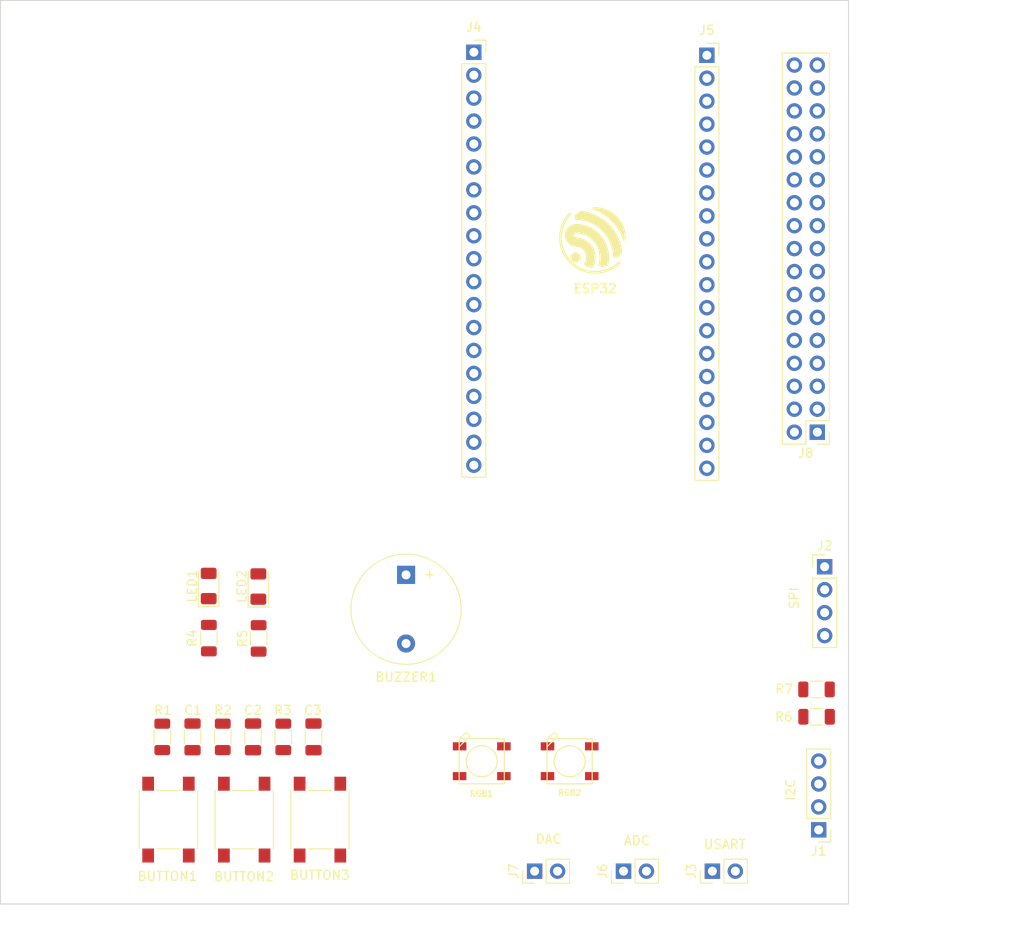
<source format=kicad_pcb>
(kicad_pcb (version 20221018) (generator pcbnew)
  (layers (0 "F.Cu" signal) (31 "B.Cu" signal) (34 "B.Paste" user) (35 "F.Paste" user) (36 "B.SilkS" user "B.Silkscreen") (37 "F.SilkS" user "F.Silkscreen") (38 "B.Mask" user) (39 "F.Mask" user) (44 "Edge.Cuts" user))
  (net 0 "")
  (net 1 "Buzzer")
  (net 2 "Earth")
  (net 3 "BUTTON3")
  (net 4 "BUTTON1")
  (net 5 "BUTTON2")
  (net 6 "IO32")
  (net 7 "IO33")
  (net 8 "+3.3V")
  (net 9 "IO21")
  (net 10 "IO22")
  (net 11 "IO23")
  (net 12 "IO19")
  (net 13 "CLK")
  (net 14 "CS")
  (net 15 "IO17")
  (net 16 "IO16")
  (net 17 "EN_ESP32")
  (net 18 "ADC1_0")
  (net 19 "IO39")
  (net 20 "IO34")
  (net 21 "IO35")
  (net 22 "DAC_1")
  (net 23 "DAC_2")
  (net 24 "IO27")
  (net 25 "IO14")
  (net 26 "IO12")
  (net 27 "IO13")
  (net 28 "IO9")
  (net 29 "IO10")
  (net 30 "IO11")
  (net 31 "+5V")
  (net 32 "IO1")
  (net 33 "IO3")
  (net 34 "ADC2_0")
  (net 35 "IO0")
  (net 36 "IO6")
  (net 37 "Net-(LED2-K)")
  (net 40 "Net-(LED1-K)")
  (footprint "Capacitor_SMD:C_1206_3216Metric" (layer "F.Cu") (at 79.48 112.625 90)
    (fp_text reference "C2" (at 2.96 -0.01) (layer "F.SilkS"))
    (fp_text value "100n")
    (fp_line (start -0.711252 -0.91) (end 0.711252 -0.91) (stroke (width 0.12)) (layer "F.SilkS"))
    (fp_line (start -0.711252 0.91) (end 0.711252 0.91) (stroke (width 0.12)) (layer "F.SilkS"))
    (pad "1" smd roundrect (at -1.475 0 90) (size 1.15 1.8) (layers "F.Cu" "F.Paste" "F.Mask") (roundrect_rratio 0.217391) (net 5 "BUTTON2"))
    (pad "2" smd roundrect (at 1.475 0 90) (size 1.15 1.8) (layers "F.Cu" "F.Paste" "F.Mask") (roundrect_rratio 0.217391) (net 2 "Earth"))
  )
  (footprint "LED_SMD:LED_1206_3216Metric" (layer "F.Cu") (at 80.07 95.9825 90)
    (fp_text reference "LED2" (at 0 -1.82 90) (layer "F.SilkS"))
    (fp_text value "LED")
    (fp_line (start -2.285 -1.135) (end -2.285 1.135) (stroke (width 0.12)) (layer "F.SilkS"))
    (fp_line (start -2.285 1.135) (end 1.6 1.135) (stroke (width 0.12)) (layer "F.SilkS"))
    (fp_line (start 1.6 -1.135) (end -2.285 -1.135) (stroke (width 0.12)) (layer "F.SilkS"))
    (pad "1" smd roundrect (at -1.4 0 90) (size 1.25 1.75) (layers "F.Cu" "F.Paste" "F.Mask") (roundrect_rratio 0.2) (net 37 "Net-(LED2-K)"))
    (pad "2" smd roundrect (at 1.4 0 90) (size 1.25 1.75) (layers "F.Cu" "F.Paste" "F.Mask") (roundrect_rratio 0.2) (net 7 "IO33"))
  )
  (footprint "Button_Switch_SMD:SW_Push_1P1T_NO_6x6mm_H9.5mm" (layer "F.Cu") (at 86.89 121.785 90)
    (fp_text reference "BUTTON3" (at -6.14 -0.02 180) (layer "F.SilkS"))
    (fp_text value "SW_Push")
    (fp_line (start -3.23 -3.23) (end 3.23 -3.23) (stroke (width 0.12)) (layer "F.SilkS"))
    (fp_line (start -3.23 -3.2) (end -3.23 -3.23) (stroke (width 0.12)) (layer "F.SilkS"))
    (fp_line (start -3.23 -1.3) (end -3.23 1.3) (stroke (width 0.12)) (layer "F.SilkS"))
    (fp_line (start -3.23 3.23) (end -3.23 3.2) (stroke (width 0.12)) (layer "F.SilkS"))
    (fp_line (start -3.23 3.23) (end 3.23 3.23) (stroke (width 0.12)) (layer "F.SilkS"))
    (fp_line (start 3.23 -3.23) (end 3.23 -3.2) (stroke (width 0.12)) (layer "F.SilkS"))
    (fp_line (start 3.23 -1.3) (end 3.23 1.3) (stroke (width 0.12)) (layer "F.SilkS"))
    (fp_line (start 3.23 3.23) (end 3.23 3.2) (stroke (width 0.12)) (layer "F.SilkS"))
    (pad "1" smd rect (at -3.975 -2.25 90) (size 1.55 1.3) (layers "F.Cu" "F.Paste" "F.Mask") (net 3 "BUTTON3"))
    (pad "1" smd rect (at 3.975 -2.25 90) (size 1.55 1.3) (layers "F.Cu" "F.Paste" "F.Mask") (net 3 "BUTTON3"))
    (pad "2" smd rect (at -3.975 2.25 90) (size 1.55 1.3) (layers "F.Cu" "F.Paste" "F.Mask") (net 2 "Earth"))
    (pad "2" smd rect (at 3.975 2.25 90) (size 1.55 1.3) (layers "F.Cu" "F.Paste" "F.Mask") (net 2 "Earth"))
  )
  (footprint "Resistor_SMD:R_1206_3216Metric" (layer "F.Cu") (at 69.436 112.625 -90)
    (fp_text reference "R1" (at -2.96 -0.074) (layer "F.SilkS"))
    (fp_text value "10k")
    (fp_line (start -0.727064 -0.91) (end 0.727064 -0.91) (stroke (width 0.12)) (layer "F.SilkS"))
    (fp_line (start -0.727064 0.91) (end 0.727064 0.91) (stroke (width 0.12)) (layer "F.SilkS"))
    (pad "1" smd roundrect (at -1.4625 0 270) (size 1.125 1.75) (layers "F.Cu" "F.Paste" "F.Mask") (roundrect_rratio 0.222222) (net 8 "+3.3V"))
    (pad "2" smd roundrect (at 1.4625 0 270) (size 1.125 1.75) (layers "F.Cu" "F.Paste" "F.Mask") (roundrect_rratio 0.222222) (net 4 "BUTTON1"))
  )
  (footprint "Connector_PinHeader_2.54mm:PinHeader_1x04_P2.54mm_Vertical" (layer "F.Cu") (at 142.76 93.79)
    (fp_text reference "J2" (at 0 -2.33) (layer "F.SilkS"))
    (fp_text value "Conn_01x04_Socket")
    (fp_line (start -1.33 -1.33) (end 0 -1.33) (stroke (width 0.12)) (layer "F.SilkS"))
    (fp_line (start -1.33 0) (end -1.33 -1.33) (stroke (width 0.12)) (layer "F.SilkS"))
    (fp_line (start -1.33 1.27) (end -1.33 8.95) (stroke (width 0.12)) (layer "F.SilkS"))
    (fp_line (start -1.33 1.27) (end 1.33 1.27) (stroke (width 0.12)) (layer "F.SilkS"))
    (fp_line (start -1.33 8.95) (end 1.33 8.95) (stroke (width 0.12)) (layer "F.SilkS"))
    (fp_line (start 1.33 1.27) (end 1.33 8.95) (stroke (width 0.12)) (layer "F.SilkS"))
    (pad "1" thru_hole rect (at 0 0) (size 1.7 1.7) (drill 1) (layers "*.Cu" "*.Mask") (net 11 "IO23"))
    (pad "2" thru_hole oval (at 0 2.54) (size 1.7 1.7) (drill 1) (layers "*.Cu" "*.Mask") (net 12 "IO19"))
    (pad "3" thru_hole oval (at 0 5.08) (size 1.7 1.7) (drill 1) (layers "*.Cu" "*.Mask") (net 13 "CLK"))
    (pad "4" thru_hole oval (at 0 7.62) (size 1.7 1.7) (drill 1) (layers "*.Cu" "*.Mask") (net 14 "CS"))
  )
  (footprint "Connector_PinHeader_2.54mm:PinHeader_1x02_P2.54mm_Vertical" (layer "F.Cu") (at 110.655 127.49 90)
    (fp_text reference "J7" (at 0 -2.33 90) (layer "F.SilkS"))
    (fp_text value "Conn_01x02_Socket")
    (fp_line (start -1.33 -1.33) (end 0 -1.33) (stroke (width 0.12)) (layer "F.SilkS"))
    (fp_line (start -1.33 0) (end -1.33 -1.33) (stroke (width 0.12)) (layer "F.SilkS"))
    (fp_line (start -1.33 1.27) (end -1.33 3.87) (stroke (width 0.12)) (layer "F.SilkS"))
    (fp_line (start -1.33 1.27) (end 1.33 1.27) (stroke (width 0.12)) (layer "F.SilkS"))
    (fp_line (start -1.33 3.87) (end 1.33 3.87) (stroke (width 0.12)) (layer "F.SilkS"))
    (fp_line (start 1.33 1.27) (end 1.33 3.87) (stroke (width 0.12)) (layer "F.SilkS"))
    (pad "1" thru_hole rect (at 0 0 90) (size 1.7 1.7) (drill 1) (layers "*.Cu" "*.Mask") (net 22 "DAC_1"))
    (pad "2" thru_hole oval (at 0 2.54 90) (size 1.7 1.7) (drill 1) (layers "*.Cu" "*.Mask") (net 23 "DAC_2"))
  )
  (footprint "Connector_PinSocket_2.54mm:PinSocket_1x19_P2.54mm_Vertical" (layer "F.Cu") (at 103.925 36.83)
    (fp_text reference "J4" (at 0 -2.77) (layer "F.SilkS"))
    (fp_text value "Conn_01x19_Socket")
    (fp_line (start -1.33 1.27) (end -1.33 47.05) (stroke (width 0.12)) (layer "F.SilkS"))
    (fp_line (start -1.33 1.27) (end 1.33 1.27) (stroke (width 0.12)) (layer "F.SilkS"))
    (fp_line (start -1.33 47.05) (end 1.33 47.05) (stroke (width 0.12)) (layer "F.SilkS"))
    (fp_line (start 0 -1.33) (end 1.33 -1.33) (stroke (width 0.12)) (layer "F.SilkS"))
    (fp_line (start 1.33 -1.33) (end 1.33 0) (stroke (width 0.12)) (layer "F.SilkS"))
    (fp_line (start 1.33 1.27) (end 1.33 47.05) (stroke (width 0.12)) (layer "F.SilkS"))
    (pad "1" thru_hole rect (at 0 0) (size 1.7 1.7) (drill 1) (layers "*.Cu" "*.Mask") (net 8 "+3.3V"))
    (pad "2" thru_hole oval (at 0 2.54) (size 1.7 1.7) (drill 1) (layers "*.Cu" "*.Mask") (net 17 "EN_ESP32"))
    (pad "3" thru_hole oval (at 0 5.08) (size 1.7 1.7) (drill 1) (layers "*.Cu" "*.Mask") (net 18 "ADC1_0"))
    (pad "4" thru_hole oval (at 0 7.62) (size 1.7 1.7) (drill 1) (layers "*.Cu" "*.Mask") (net 19 "IO39"))
    (pad "5" thru_hole oval (at 0 10.16) (size 1.7 1.7) (drill 1) (layers "*.Cu" "*.Mask") (net 20 "IO34"))
    (pad "6" thru_hole oval (at 0 12.7) (size 1.7 1.7) (drill 1) (layers "*.Cu" "*.Mask") (net 21 "IO35"))
    (pad "7" thru_hole oval (at 0 15.24) (size 1.7 1.7) (drill 1) (layers "*.Cu" "*.Mask") (net 6 "IO32"))
    (pad "8" thru_hole oval (at 0 17.78) (size 1.7 1.7) (drill 1) (layers "*.Cu" "*.Mask") (net 7 "IO33"))
    (pad "9" thru_hole oval (at 0 20.32) (size 1.7 1.7) (drill 1) (layers "*.Cu" "*.Mask") (net 22 "DAC_1"))
    (pad "10" thru_hole oval (at 0 22.86) (size 1.7 1.7) (drill 1) (layers "*.Cu" "*.Mask") (net 23 "DAC_2"))
    (pad "11" thru_hole oval (at 0 25.4) (size 1.7 1.7) (drill 1) (layers "*.Cu" "*.Mask") (net 24 "IO27"))
    (pad "12" thru_hole oval (at 0 27.94) (size 1.7 1.7) (drill 1) (layers "*.Cu" "*.Mask") (net 25 "IO14"))
    (pad "13" thru_hole oval (at 0 30.48) (size 1.7 1.7) (drill 1) (layers "*.Cu" "*.Mask") (net 26 "IO12"))
    (pad "14" thru_hole oval (at 0 33.02) (size 1.7 1.7) (drill 1) (layers "*.Cu" "*.Mask") (net 2 "Earth"))
    (pad "15" thru_hole oval (at 0 35.56) (size 1.7 1.7) (drill 1) (layers "*.Cu" "*.Mask") (net 27 "IO13"))
    (pad "16" thru_hole oval (at 0 38.1) (size 1.7 1.7) (drill 1) (layers "*.Cu" "*.Mask") (net 28 "IO9"))
    (pad "17" thru_hole oval (at 0 40.64) (size 1.7 1.7) (drill 1) (layers "*.Cu" "*.Mask") (net 29 "IO10"))
    (pad "18" thru_hole oval (at 0 43.18) (size 1.7 1.7) (drill 1) (layers "*.Cu" "*.Mask") (net 30 "IO11"))
    (pad "19" thru_hole oval (at 0 45.72) (size 1.7 1.7) (drill 1) (layers "*.Cu" "*.Mask") (net 31 "+5V"))
  )
  (footprint "graphics:esp32_logo" (layer "F.Cu") (at 117.055 57.66)
    (fp_text reference "G***" hide)
    (fp_text value "LOGO" hide)
    (fp_poly (pts (xy -1.806424 1.306515) (xy -1.767239 1.308343) (xy -1.736839 1.312247) (xy -1.709615 1.319155) (xy -1.679962 1.329995) (xy -1.657115 1.339427) (xy -1.558202 1.39072) (xy -1.473931 1.455001) (xy -1.404936 1.531658) (xy -1.35185 1.620077) (xy -1.340437 1.645623) (xy -1.30746 1.749215) (xy -1.293789 1.853377) (xy -1.298894 1.956126) (xy -1.322246 2.055478) (xy -1.363313 2.149449) (xy -1.421567 2.236055) (xy -1.496477 2.313311) (xy -1.525 2.336598) (xy -1.605152 2.386478) (xy -1.695681 2.422474) (xy -1.792161 2.443808) (xy -1.890164 2.449704) (xy -1.98526 2.439383) (xy -2.035521 2.426254) (xy -2.080146 2.410087) (xy -2.12584 2.390839) (xy -2.158168 2.375032) (xy -2.227924 2.3271) (xy -2.292693 2.263688) (xy -2.349072 2.18925) (xy -2.393654 2.108242) (xy -2.421787 2.03) (xy -2.432597 1.972269) (xy -2.438304 1.90546) (xy -2.438861 1.836599) (xy -2.434219 1.772718) (xy -2.424332 1.720844) (xy -2.423885 1.719315) (xy -2.383746 1.617813) (xy -2.327464 1.527459) (xy -2.256339 1.449612) (xy -2.17167 1.385636) (xy -2.074757 1.33689) (xy -2.05 1.327671) (xy -2.017935 1.317613) (xy -1.98695 1.311053) (xy -1.951473 1.307351) (xy -1.90593 1.305866) (xy -1.86 1.305833)) (fill solid) (layer "F.SilkS"))
    (fp_poly (pts (xy 0.303376 -3.673417) (xy 0.550284 -3.6642) (xy 0.796912 -3.637006) (xy 1.041069 -3.592414) (xy 1.280568 -3.531005) (xy 1.51322 -3.453359) (xy 1.736836 -3.360057) (xy 1.949229 -3.251678) (xy 1.996564 -3.224502) (xy 2.218272 -3.083118) (xy 2.42661 -2.927308) (xy 2.621044 -2.757807) (xy 2.801038 -2.57535) (xy 2.966059 -2.380672) (xy 3.115571 -2.174508) (xy 3.24904 -1.957592) (xy 3.365931 -1.73066) (xy 3.46571 -1.494446) (xy 3.547841 -1.249685) (xy 3.609521 -1.007667) (xy 3.628601 -0.914899) (xy 3.643728 -0.829338) (xy 3.655312 -0.746674) (xy 3.66376 -0.662599) (xy 3.669479 -0.572802) (xy 3.672877 -0.472975) (xy 3.674362 -0.358807) (xy 3.674496 -0.320814) (xy 3.675 -0.036627) (xy 3.57 0.001539) (xy 3.527931 0.016799) (xy 3.493627 0.029184) (xy 3.470918 0.037313) (xy 3.463569 0.039852) (xy 3.459278 0.03216) (xy 3.455193 0.0225) (xy 3.449073 0.006655) (xy 3.437538 -0.023565) (xy 3.422239 -0.063829) (xy 3.404824 -0.109801) (xy 3.404748 -0.11) (xy 3.276682 -0.420517) (xy 3.131022 -0.721616) (xy 2.968023 -1.0129) (xy 2.787942 -1.293972) (xy 2.591035 -1.564435) (xy 2.377557 -1.823893) (xy 2.147764 -2.071949) (xy 2.125 -2.095003) (xy 1.885667 -2.322622) (xy 1.635705 -2.533968) (xy 1.374469 -2.729465) (xy 1.101311 -2.909533) (xy 0.815585 -3.074598) (xy 0.516646 -3.225079) (xy 0.203847 -3.361402) (xy 0.165 -3.376968) (xy 0.113582 -3.397577) (xy 0.066849 -3.416667) (xy 0.028888 -3.432542) (xy 0.003788 -3.443507) (xy -0.001823 -3.446182) (xy -0.028645 -3.459813) (xy 0.001723 -3.550362) (xy 0.014212 -3.587529) (xy 0.025442 -3.616353) (xy 0.038008 -3.637893) (xy 0.054504 -3.653207) (xy 0.077526 -3.663352) (xy 0.109666 -3.669389) (xy 0.153521 -3.672374) (xy 0.211684 -3.673366) (xy 0.28675 -3.673424)) (fill solid) (layer "F.SilkS"))
    (fp_poly (pts (xy -1.12733 -3.270317) (xy -0.807049 -3.21328) (xy -0.493498 -3.13762) (xy -0.187302 -3.043736) (xy 0.110916 -2.932027) (xy 0.400531 -2.802889) (xy 0.680919 -2.656723) (xy 0.951457 -2.493925) (xy 1.211521 -2.314895) (xy 1.460485 -2.120031) (xy 1.697727 -1.909731) (xy 1.922622 -1.684393) (xy 2.134546 -1.444415) (xy 2.332876 -1.190197) (xy 2.492405 -0.96) (xy 2.640817 -0.719079) (xy 2.774493 -0.471345) (xy 2.895067 -0.213486) (xy 3.004174 0.057812) (xy 3.032307 0.135) (xy 3.051242 0.188668) (xy 3.068798 0.239528) (xy 3.083338 0.282763) (xy 3.093228 0.313554) (xy 3.095145 0.32) (xy 3.103966 0.350452) (xy 3.116301 0.392578) (xy 3.129953 0.438884) (xy 3.134727 0.455) (xy 3.165673 0.567262) (xy 3.196507 0.694095) (xy 3.226051 0.830096) (xy 3.253123 0.969863) (xy 3.274508 1.095085) (xy 3.283773 1.15694) (xy 3.289002 1.203321) (xy 3.290205 1.238345) (xy 3.28739 1.266124) (xy 3.280567 1.290772) (xy 3.274992 1.304757) (xy 3.254389 1.346097) (xy 3.22331 1.400008) (xy 3.183796 1.463464) (xy 3.137889 1.533437) (xy 3.087629 1.606902) (xy 3.03506 1.680831) (xy 2.982221 1.752199) (xy 2.931156 1.817977) (xy 2.916749 1.835848) (xy 2.844163 1.925) (xy 2.56716 1.925912) (xy 2.494749 1.925973) (xy 2.429038 1.92569) (xy 2.372634 1.925102) (xy 2.328143 1.924246) (xy 2.298171 1.923161) (xy 2.285325 1.921885) (xy 2.285078 1.921745) (xy 2.282634 1.909991) (xy 2.280805 1.883544) (xy 2.27993 1.847708) (xy 2.279901 1.840833) (xy 2.278602 1.781529) (xy 2.2751 1.707795) (xy 2.269791 1.625035) (xy 2.26307 1.538649) (xy 2.255333 1.454038) (xy 2.246975 1.376605) (xy 2.244332 1.355) (xy 2.210791 1.135859) (xy 2.165916 0.923182) (xy 2.10806 0.709805) (xy 2.063755 0.570455) (xy 1.962656 0.299456) (xy 1.844127 0.037716) (xy 1.708637 -0.214056) (xy 1.556656 -0.45515) (xy 1.388654 -0.684858) (xy 1.2051 -0.902471) (xy 1.006463 -1.107279) (xy 0.87 -1.232748) (xy 0.646656 -1.416206) (xy 0.414196 -1.581979) (xy 0.172195 -1.730298) (xy -0.079773 -1.861398) (xy -0.34213 -1.975511) (xy -0.615302 -2.072868) (xy -0.72 -2.104925) (xy -0.9887 -2.17345) (xy -1.264599 -2.223612) (xy -1.548137 -2.255482) (xy -1.72 -2.265768) (xy -1.775081 -2.268121) (xy -1.824239 -2.270406) (xy -1.863466 -2.272424) (xy -1.888758 -2.273974) (xy -1.895 -2.27452) (xy -1.903147 -2.276882) (xy -1.909001 -2.283797) (xy -1.913177 -2.298446) (xy -1.916288 -2.324011) (xy -1.918949 -2.363673) (xy -1.921319 -2.410966) (xy -1.923979 -2.47712) (xy -1.926316 -2.553044) (xy -1.928048 -2.628508) (xy -1.928819 -2.68301) (xy -1.93 -2.82102) (xy -1.8925 -2.856194) (xy -1.841332 -2.900856) (xy -1.776103 -2.952586) (xy -1.70033 -3.00891) (xy -1.617528 -3.067352) (xy -1.531213 -3.125436) (xy -1.4449 -3.180686) (xy -1.362105 -3.230628) (xy -1.354587 -3.234985) (xy -1.259659 -3.289789)) (fill solid) (layer "F.SilkS"))
    (fp_poly (pts (xy -2.424325 -3.019327) (xy -2.389447 -2.983951) (xy -2.360395 -2.953256) (xy -2.339809 -2.930126) (xy -2.330332 -2.917446) (xy -2.33 -2.916356) (xy -2.336413 -2.905974) (xy -2.353939 -2.884067) (xy -2.380011 -2.853699) (xy -2.412061 -2.817935) (xy -2.417024 -2.812514) (xy -2.591545 -2.607706) (xy -2.750722 -2.390662) (xy -2.893963 -2.16265) (xy -3.020674 -1.92494) (xy -3.13026 -1.678804) (xy -3.22213 -1.425509) (xy -3.295688 -1.166327) (xy -3.350342 -0.902528) (xy -3.369774 -0.773978) (xy -3.378306 -0.693483) (xy -3.384815 -0.598274) (xy -3.389298 -0.49248) (xy -3.391754 -0.380234) (xy -3.392181 -0.265664) (xy -3.390579 -0.152901) (xy -3.386946 -0.046076) (xy -3.381279 0.050682) (xy -3.373578 0.133241) (xy -3.370122 0.16) (xy -3.324984 0.423366) (xy -3.265882 0.673822) (xy -3.192015 0.913513) (xy -3.102583 1.144585) (xy -2.996785 1.369186) (xy -2.873821 1.589463) (xy -2.78341 1.732702) (xy -2.68548 1.874703) (xy -2.58569 2.005817) (xy -2.479302 2.131834) (xy -2.36158 2.258541) (xy -2.310321 2.310648) (xy -2.10964 2.498198) (xy -1.899318 2.668286) (xy -1.679126 2.821042) (xy -1.448839 2.956592) (xy -1.208229 3.075066) (xy -0.957071 3.176592) (xy -0.695136 3.261298) (xy -0.572466 3.294271) (xy -0.492098 3.312936) (xy -0.398843 3.331954) (xy -0.299748 3.35006) (xy -0.20186 3.365991) (xy -0.112227 3.378483) (xy -0.085 3.381709) (xy -0.032892 3.386066) (xy 0.03489 3.389504) (xy 0.114556 3.392022) (xy 0.202319 3.39362) (xy 0.294389 3.394296) (xy 0.38698 3.394049) (xy 0.476302 3.392878) (xy 0.558568 3.390782) (xy 0.62999 3.387761) (xy 0.686779 3.383813) (xy 0.705 3.38192) (xy 0.979385 3.339837) (xy 1.24693 3.279772) (xy 1.506633 3.202031) (xy 1.757494 3.106916) (xy 1.998514 2.994732) (xy 2.026372 2.980323) (xy 2.247765 2.85419) (xy 2.463538 2.71069) (xy 2.67011 2.552352) (xy 2.832653 2.410883) (xy 2.867347 2.379419) (xy 2.896875 2.353671) (xy 2.918095 2.336308) (xy 2.927841 2.33) (xy 2.937267 2.336714) (xy 2.957909 2.355132) (xy 2.986991 2.382668) (xy 3.021738 2.416736) (xy 3.032754 2.427746) (xy 3.130134 2.525492) (xy 3.072567 2.580967) (xy 2.869233 2.763122) (xy 2.652626 2.930843) (xy 2.423947 3.083497) (xy 2.184399 3.220451) (xy 1.935182 3.341072) (xy 1.6775 3.444727) (xy 1.412553 3.530783) (xy 1.141545 3.598606) (xy 1.14 3.598936) (xy 1.051615 3.617386) (xy 0.973673 3.632517) (xy 0.902621 3.644673) (xy 0.834907 3.654198) (xy 0.766978 3.661436) (xy 0.695282 3.666733) (xy 0.616265 3.670431) (xy 0.526376 3.672876) (xy 0.422062 3.674412) (xy 0.355 3.675011) (xy 0.27056 3.67553) (xy 0.191204 3.675794) (xy 0.119464 3.675812) (xy 0.057867 3.675593) (xy 0.008943 3.675144) (xy -0.024777 3.674475) (xy -0.04 3.673695) (xy -0.311076 3.636057) (xy -0.567439 3.586901) (xy -0.811226 3.525483) (xy -1.044574 3.451057) (xy -1.26962 3.36288) (xy -1.488502 3.260206) (xy -1.703356 3.142292) (xy -1.878955 3.033103) (xy -2.016218 2.939775) (xy -2.142201 2.846262) (xy -2.261963 2.748402) (xy -2.380559 2.642031) (xy -2.503049 2.522986) (xy -2.522514 2.503328) (xy -2.600492 2.423369) (xy -2.666767 2.353303) (xy -2.72444 2.289575) (xy -2.77661 2.228629) (xy -2.826378 2.166911) (xy -2.876843 2.100863) (xy -2.896502 2.07436) (xy -3.053299 1.846969) (xy -3.191952 1.614664) (xy -3.312982 1.376131) (xy -3.416912 1.130058) (xy -3.504266 0.875134) (xy -3.575565 0.610046) (xy -3.631333 0.333482) (xy -3.65708 0.165) (xy -3.66369 0.101832) (xy -3.668905 0.022496) (xy -3.672724 -0.069225) (xy -3.675149 -0.169548) (xy -3.676179 -0.274689) (xy -3.675816 -0.380866) (xy -3.674059 -0.484295) (xy -3.67091 -0.581193) (xy -3.666369 -0.667778) (xy -3.660437 -0.740265) (xy -3.656954 -0.77) (xy -3.61724 -1.020979) (xy -3.566664 -1.258089) (xy -3.504168 -1.484895) (xy -3.428693 -1.704963) (xy -3.339182 -1.921858) (xy -3.273246 -2.062267) (xy -3.223884 -2.160754) (xy -3.1784 -2.246742) (xy -3.133292 -2.326325) (xy -3.085063 -2.405594) (xy -3.030213 -2.490641) (xy -3.007999 -2.524105) (xy -2.941289 -2.620762) (xy -2.870875 -2.716919) (xy -2.799096 -2.809708) (xy -2.728288 -2.896262) (xy -2.660788 -2.973711) (xy -2.598933 -3.039188) (xy -2.551825 -3.083923) (xy -2.518649 -3.113259)) (fill solid) (layer "F.SilkS"))
    (fp_poly (pts (xy -1.75 -1.823884) (xy -1.624385 -1.822055) (xy -1.511344 -1.816504) (xy -1.404092 -1.806499) (xy -1.295845 -1.791309) (xy -1.179817 -1.770204) (xy -1.102395 -1.754129) (xy -0.835499 -1.686723) (xy -0.576713 -1.601401) (xy -0.32674 -1.498624) (xy -0.086284 -1.37885) (xy 0.143955 -1.242542) (xy 0.363272 -1.090158) (xy 0.570965 -0.922158) (xy 0.766332 -0.739003) (xy 0.948671 -0.541154) (xy 1.117277 -0.329068) (xy 1.156313 -0.275127) (xy 1.304407 -0.050452) (xy 1.434367 0.181259) (xy 1.546541 0.420861) (xy 1.641278 0.66921) (xy 1.718926 0.927161) (xy 1.779833 1.19557) (xy 1.799412 1.305) (xy 1.814177 1.412196) (xy 1.825794 1.534009) (xy 1.834088 1.665277) (xy 1.838886 1.800838) (xy 1.840013 1.935531) (xy 1.837295 2.064195) (xy 1.830558 2.181668) (xy 1.829451 2.195) (xy 1.824006 2.247736) (xy 1.816016 2.311454) (xy 1.806137 2.382048) (xy 1.795024 2.455412) (xy 1.783332 2.527438) (xy 1.771718 2.594022) (xy 1.760836 2.651057) (xy 1.751342 2.694438) (xy 1.74724 2.71) (xy 1.734128 2.755) (xy 1.629564 2.798258) (xy 1.575299 2.819749) (xy 1.510475 2.843904) (xy 1.439369 2.869275) (xy 1.366258 2.894413) (xy 1.295419 2.91787) (xy 1.23113 2.938198) (xy 1.177669 2.953947) (xy 1.144625 2.962494) (xy 1.084251 2.97634) (xy 0.865783 2.893827) (xy 0.803417 2.870048) (xy 0.747236 2.8482) (xy 0.69998 2.829383) (xy 0.664388 2.814697) (xy 0.6432 2.805242) (xy 0.638577 2.802577) (xy 0.637651 2.789636) (xy 0.642744 2.761925) (xy 0.653002 2.72346) (xy 0.660459 2.699419) (xy 0.695828 2.579053) (xy 0.728952 2.44389) (xy 0.75858 2.299112) (xy 0.762985 2.275) (xy 0.769587 2.235986) (xy 0.774698 2.199182) (xy 0.778495 2.161234) (xy 0.781155 2.118786) (xy 0.782853 2.068484) (xy 0.783767 2.006972) (xy 0.784073 1.930895) (xy 0.784035 1.875) (xy 0.783687 1.78732) (xy 0.782861 1.716151) (xy 0.781365 1.658002) (xy 0.779005 1.609386) (xy 0.775589 1.566814) (xy 0.770923 1.526797) (xy 0.764814 1.485848) (xy 0.76134 1.465) (xy 0.71753 1.252257) (xy 0.660405 1.051599) (xy 0.588714 0.859155) (xy 0.509545 0.687484) (xy 0.417265 0.517867) (xy 0.317664 0.362258) (xy 0.207211 0.215787) (xy 0.082374 0.073585) (xy 0.010628 -0.000261) (xy -0.113947 -0.118846) (xy -0.235757 -0.222428) (xy -0.359597 -0.31452) (xy -0.490267 -0.398635) (xy -0.632563 -0.478285) (xy -0.665836 -0.495523) (xy -0.713925 -0.519863) (xy -0.754982 -0.539842) (xy -0.793619 -0.557427) (xy -0.834445 -0.574586) (xy -0.88207 -0.593286) (xy -0.941105 -0.615494) (xy -0.985 -0.631719) (xy -1.067289 -0.659173) (xy -1.161469 -0.685798) (xy -1.263187 -0.710735) (xy -1.368092 -0.733123) (xy -1.47183 -0.752104) (xy -1.570049 -0.766815) (xy -1.658395 -0.776398) (xy -1.732517 -0.779993) (xy -1.735495 -0.78) (xy -1.803123 -0.777282) (xy -1.855856 -0.768196) (xy -1.898174 -0.751347) (xy -1.934554 -0.725339) (xy -1.946189 -0.714338) (xy -1.984773 -0.662767) (xy -2.005839 -0.605052) (xy -2.009292 -0.544765) (xy -1.995036 -0.485476) (xy -1.962975 -0.430755) (xy -1.9541 -0.420321) (xy -1.930065 -0.396215) (xy -1.905014 -0.377833) (xy -1.875335 -0.363943) (xy -1.83741 -0.353315) (xy -1.787625 -0.344717) (xy -1.722365 -0.33692) (xy -1.703379 -0.334968) (xy -1.579643 -0.320854) (xy -1.470513 -0.304481) (xy -1.370629 -0.28472) (xy -1.274629 -0.260441) (xy -1.177152 -0.230511) (xy -1.127404 -0.213504) (xy -0.93719 -0.136256) (xy -0.756102 -0.042041) (xy -0.585178 0.068036) (xy -0.425456 0.192864) (xy -0.277973 0.331337) (xy -0.143768 0.482346) (xy -0.023877 0.644783) (xy 0.080661 0.81754) (xy 0.168808 0.999509) (xy 0.239527 1.189582) (xy 0.263944 1.272153) (xy 0.291513 1.378767) (xy 0.312285 1.474181) (xy 0.327067 1.564507) (xy 0.336665 1.65586) (xy 0.341888 1.754353) (xy 0.343543 1.866101) (xy 0.343546 1.875) (xy 0.343123 1.956803) (xy 0.341755 2.023131) (xy 0.339159 2.0785) (xy 0.335049 2.127424) (xy 0.329141 2.174417) (xy 0.321774 2.220398) (xy 0.288345 2.385118) (xy 0.246401 2.537573) (xy 0.193763 2.68447) (xy 0.128253 2.832514) (xy 0.112347 2.865) (xy 0.081235 2.927133) (xy 0.057081 2.973542) (xy 0.038095 3.006486) (xy 0.022488 3.028225) (xy 0.008467 3.041018) (xy -0.005758 3.047125) (xy -0.021978 3.048806) (xy -0.033181 3.048638) (xy -0.066538 3.046754) (xy -0.095604 3.043838) (xy -0.1 3.043186) (xy -0.190975 3.028088) (xy -0.266421 3.015014) (xy -0.330606 3.003134) (xy -0.387796 2.991616) (xy -0.44226 2.979631) (xy -0.498264 2.966348) (xy -0.51146 2.963109) (xy -0.65792 2.926973) (xy -0.73146 2.86206) (xy -0.773438 2.824994) (xy -0.819381 2.784406) (xy -0.860905 2.747705) (xy -0.87 2.739662) (xy -0.903051 2.710647) (xy -0.933303 2.684465) (xy -0.955439 2.665707) (xy -0.959483 2.66239) (xy -0.983965 2.642605) (xy -0.917334 2.543471) (xy -0.842175 2.420544) (xy -0.784775 2.300561) (xy -0.743994 2.179921) (xy -0.718689 2.055027) (xy -0.707721 1.922279) (xy -0.707055 1.88) (xy -0.708314 1.794528) (xy -0.712988 1.722688) (xy -0.721946 1.658275) (xy -0.736057 1.595085) (xy -0.756192 1.52691) (xy -0.756809 1.525) (xy -0.811514 1.386727) (xy -0.882567 1.257439) (xy -0.968427 1.13854) (xy -1.067553 1.031436) (xy -1.178407 0.937533) (xy -1.299446 0.858237) (xy -1.429132 0.794953) (xy -1.565923 0.749087) (xy -1.621113 0.736174) (xy -1.65737 0.729825) (xy -1.70798 0.722478) (xy -1.76737 0.714869) (xy -1.829969 0.707732) (xy -1.859416 0.7047) (xy -1.924081 0.697295) (xy -1.990574 0.687946) (xy -2.052495 0.677664) (xy -2.103447 0.66746) (xy -2.119416 0.663603) (xy -2.191831 0.6407) (xy -2.273556 0.608114) (xy -2.358452 0.568819) (xy -2.440376 0.525788) (xy -2.513189 0.481994) (xy -2.555306 0.452582) (xy -2.673992 0.35045) (xy -2.779224 0.234509) (xy -2.869676 0.106753) (xy -2.944018 -0.030824) (xy -3.000925 -0.176228) (xy -3.021377 -0.247126) (xy -3.032318 -0.290735) (xy -3.040131 -0.326011) (xy -3.04523 -0.35772) (xy -3.048033 -0.390626) (xy -3.048955 -0.429496) (xy -3.048411 -0.479094) (xy -3.046928 -0.54) (xy -3.040386 -0.666128) (xy -3.02793 -0.784703) (xy -3.010081 -0.892145) (xy -2.987358 -0.984876) (xy -2.978229 -1.013547) (xy -2.931316 -1.124945) (xy -2.867817 -1.236593) (xy -2.790728 -1.344657) (xy -2.703041 -1.445306) (xy -2.607751 -1.534705) (xy -2.518678 -1.601901) (xy -2.415072 -1.666102) (xy -2.313597 -1.717764) (xy -2.206991 -1.760159) (xy -2.087994 -1.79656) (xy -2.085 -1.797367) (xy -2.052088 -1.805966) (xy -2.023345 -1.8125) (xy -1.995276 -1.817249) (xy -1.964386 -1.820487) (xy -1.92718 -1.822491) (xy -1.880162 -1.823539) (xy -1.819839 -1.823907)) (fill solid) (layer "F.SilkS"))
  )
  (footprint "Connector_PinHeader_2.54mm:PinHeader_2x17_P2.54mm_Vertical" (layer "F.Cu") (at 141.95 78.89 180)
    (fp_text reference "J8" (at 1.27 -2.33) (layer "F.SilkS"))
    (fp_text value "Conn_02x17_Counter_Clockwise")
    (fp_line (start -1.33 -1.33) (end 0 -1.33) (stroke (width 0.12)) (layer "F.SilkS"))
    (fp_line (start -1.33 0) (end -1.33 -1.33) (stroke (width 0.12)) (layer "F.SilkS"))
    (fp_line (start -1.33 1.27) (end -1.33 41.97) (stroke (width 0.12)) (layer "F.SilkS"))
    (fp_line (start -1.33 1.27) (end 1.27 1.27) (stroke (width 0.12)) (layer "F.SilkS"))
    (fp_line (start -1.33 41.97) (end 3.87 41.97) (stroke (width 0.12)) (layer "F.SilkS"))
    (fp_line (start 1.27 -1.33) (end 3.87 -1.33) (stroke (width 0.12)) (layer "F.SilkS"))
    (fp_line (start 1.27 1.27) (end 1.27 -1.33) (stroke (width 0.12)) (layer "F.SilkS"))
    (fp_line (start 3.87 -1.33) (end 3.87 41.97) (stroke (width 0.12)) (layer "F.SilkS"))
    (pad "1" thru_hole rect (at 0 0 180) (size 1.7 1.7) (drill 1) (layers "*.Cu" "*.Mask") (net 35 "IO0"))
    (pad "2" thru_hole oval (at 2.54 0 180) (size 1.7 1.7) (drill 1) (layers "*.Cu" "*.Mask") (net 32 "IO1"))
    (pad "3" thru_hole oval (at 0 2.54 180) (size 1.7 1.7) (drill 1) (layers "*.Cu" "*.Mask") (net 1 "Buzzer"))
    (pad "4" thru_hole oval (at 2.54 2.54 180) (size 1.7 1.7) (drill 1) (layers "*.Cu" "*.Mask") (net 33 "IO3"))
    (pad "5" thru_hole oval (at 0 5.08 180) (size 1.7 1.7) (drill 1) (layers "*.Cu" "*.Mask") (net 34 "ADC2_0"))
    (pad "6" thru_hole oval (at 2.54 5.08 180) (size 1.7 1.7) (drill 1) (layers "*.Cu" "*.Mask") (net 14 "CS"))
    (pad "7" thru_hole oval (at 0 7.62 180) (size 1.7 1.7) (drill 1) (layers "*.Cu" "*.Mask") (net 36 "IO6"))
    (pad "8" thru_hole oval (at 2.54 7.62 180) (size 1.7 1.7) (drill 1) (layers "*.Cu" "*.Mask") (net 3 "BUTTON3"))
    (pad "9" thru_hole oval (at 0 10.16 180) (size 1.7 1.7) (drill 1) (layers "*.Cu" "*.Mask") (net 5 "BUTTON2"))
    (pad "10" thru_hole oval (at 2.54 10.16 180) (size 1.7 1.7) (drill 1) (layers "*.Cu" "*.Mask") (net 28 "IO9"))
    (pad "11" thru_hole oval (at 0 12.7 180) (size 1.7 1.7) (drill 1) (layers "*.Cu" "*.Mask") (net 29 "IO10"))
    (pad "12" thru_hole oval (at 2.54 12.7 180) (size 1.7 1.7) (drill 1) (layers "*.Cu" "*.Mask") (net 30 "IO11"))
    (pad "13" thru_hole oval (at 0 15.24 180) (size 1.7 1.7) (drill 1) (layers "*.Cu" "*.Mask") (net 26 "IO12"))
    (pad "14" thru_hole oval (at 2.54 15.24 180) (size 1.7 1.7) (drill 1) (layers "*.Cu" "*.Mask") (net 27 "IO13"))
    (pad "15" thru_hole oval (at 0 17.78 180) (size 1.7 1.7) (drill 1) (layers "*.Cu" "*.Mask") (net 25 "IO14"))
    (pad "16" thru_hole oval (at 2.54 17.78 180) (size 1.7 1.7) (drill 1) (layers "*.Cu" "*.Mask") (net 4 "BUTTON1"))
    (pad "17" thru_hole oval (at 0 20.32 180) (size 1.7 1.7) (drill 1) (layers "*.Cu" "*.Mask") (net 19 "IO39"))
    (pad "18" thru_hole oval (at 2.54 20.32 180) (size 1.7 1.7) (drill 1) (layers "*.Cu" "*.Mask") (net 18 "ADC1_0"))
    (pad "19" thru_hole oval (at 0 22.86 180) (size 1.7 1.7) (drill 1) (layers "*.Cu" "*.Mask") (net 21 "IO35"))
    (pad "20" thru_hole oval (at 2.54 22.86 180) (size 1.7 1.7) (drill 1) (layers "*.Cu" "*.Mask") (net 20 "IO34"))
    (pad "21" thru_hole oval (at 0 25.4 180) (size 1.7 1.7) (drill 1) (layers "*.Cu" "*.Mask") (net 7 "IO33"))
    (pad "22" thru_hole oval (at 2.54 25.4 180) (size 1.7 1.7) (drill 1) (layers "*.Cu" "*.Mask") (net 6 "IO32"))
    (pad "23" thru_hole oval (at 0 27.94 180) (size 1.7 1.7) (drill 1) (layers "*.Cu" "*.Mask") (net 24 "IO27"))
    (pad "24" thru_hole oval (at 2.54 27.94 180) (size 1.7 1.7) (drill 1) (layers "*.Cu" "*.Mask") (net 23 "DAC_2"))
    (pad "25" thru_hole oval (at 0 30.48 180) (size 1.7 1.7) (drill 1) (layers "*.Cu" "*.Mask") (net 22 "DAC_1"))
    (pad "26" thru_hole oval (at 2.54 30.48 180) (size 1.7 1.7) (drill 1) (layers "*.Cu" "*.Mask") (net 11 "IO23"))
    (pad "27" thru_hole oval (at 0 33.02 180) (size 1.7 1.7) (drill 1) (layers "*.Cu" "*.Mask") (net 10 "IO22"))
    (pad "28" thru_hole oval (at 2.54 33.02 180) (size 1.7 1.7) (drill 1) (layers "*.Cu" "*.Mask") (net 9 "IO21"))
    (pad "29" thru_hole oval (at 0 35.56 180) (size 1.7 1.7) (drill 1) (layers "*.Cu" "*.Mask") (net 12 "IO19"))
    (pad "30" thru_hole oval (at 2.54 35.56 180) (size 1.7 1.7) (drill 1) (layers "*.Cu" "*.Mask") (net 13 "CLK"))
    (pad "31" thru_hole oval (at 0 38.1 180) (size 1.7 1.7) (drill 1) (layers "*.Cu" "*.Mask") (net 15 "IO17"))
    (pad "32" thru_hole oval (at 2.54 38.1 180) (size 1.7 1.7) (drill 1) (layers "*.Cu" "*.Mask") (net 16 "IO16"))
    (pad "33" thru_hole oval (at 0 40.64 180) (size 1.7 1.7) (drill 1) (layers "*.Cu" "*.Mask"))
    (pad "34" thru_hole oval (at 2.54 40.64 180) (size 1.7 1.7) (drill 1) (layers "*.Cu" "*.Mask"))
  )
  (footprint "Resistor_SMD:R_1206_3216Metric" (layer "F.Cu") (at 76.132 112.625 -90)
    (fp_text reference "R2" (at -2.96 -0.018) (layer "F.SilkS"))
    (fp_text value "10k")
    (fp_line (start -0.727064 -0.91) (end 0.727064 -0.91) (stroke (width 0.12)) (layer "F.SilkS"))
    (fp_line (start -0.727064 0.91) (end 0.727064 0.91) (stroke (width 0.12)) (layer "F.SilkS"))
    (pad "1" smd roundrect (at -1.4625 0 270) (size 1.125 1.75) (layers "F.Cu" "F.Paste" "F.Mask") (roundrect_rratio 0.222222) (net 8 "+3.3V"))
    (pad "2" smd roundrect (at 1.4625 0 270) (size 1.125 1.75) (layers "F.Cu" "F.Paste" "F.Mask") (roundrect_rratio 0.222222) (net 5 "BUTTON2"))
  )
  (footprint "Resistor_SMD:R_1206_3216Metric" (layer "F.Cu") (at 82.828 112.625 -90)
    (fp_text reference "R3" (at -2.96 0.038) (layer "F.SilkS"))
    (fp_text value "10k")
    (fp_line (start -0.727064 -0.91) (end 0.727064 -0.91) (stroke (width 0.12)) (layer "F.SilkS"))
    (fp_line (start -0.727064 0.91) (end 0.727064 0.91) (stroke (width 0.12)) (layer "F.SilkS"))
    (pad "1" smd roundrect (at -1.4625 0 270) (size 1.125 1.75) (layers "F.Cu" "F.Paste" "F.Mask") (roundrect_rratio 0.222222) (net 8 "+3.3V"))
    (pad "2" smd roundrect (at 1.4625 0 270) (size 1.125 1.75) (layers "F.Cu" "F.Paste" "F.Mask") (roundrect_rratio 0.222222) (net 3 "BUTTON3"))
  )
  (footprint "Connector_PinHeader_2.54mm:PinHeader_1x02_P2.54mm_Vertical" (layer "F.Cu") (at 130.335 127.49 90)
    (fp_text reference "J3" (at 0 -2.33 90) (layer "F.SilkS"))
    (fp_text value "Conn_01x02_Socket")
    (fp_line (start -1.33 -1.33) (end 0 -1.33) (stroke (width 0.12)) (layer "F.SilkS"))
    (fp_line (start -1.33 0) (end -1.33 -1.33) (stroke (width 0.12)) (layer "F.SilkS"))
    (fp_line (start -1.33 1.27) (end -1.33 3.87) (stroke (width 0.12)) (layer "F.SilkS"))
    (fp_line (start -1.33 1.27) (end 1.33 1.27) (stroke (width 0.12)) (layer "F.SilkS"))
    (fp_line (start -1.33 3.87) (end 1.33 3.87) (stroke (width 0.12)) (layer "F.SilkS"))
    (fp_line (start 1.33 1.27) (end 1.33 3.87) (stroke (width 0.12)) (layer "F.SilkS"))
    (pad "1" thru_hole rect (at 0 0 90) (size 1.7 1.7) (drill 1) (layers "*.Cu" "*.Mask") (net 15 "IO17"))
    (pad "2" thru_hole oval (at 0 2.54 90) (size 1.7 1.7) (drill 1) (layers "*.Cu" "*.Mask") (net 16 "IO16"))
  )
  (footprint "Connector_PinHeader_2.54mm:PinHeader_1x02_P2.54mm_Vertical" (layer "F.Cu") (at 120.495 127.49 90)
    (fp_text reference "J6" (at 0 -2.33 90) (layer "F.SilkS"))
    (fp_text value "Conn_01x02_Socket")
    (fp_line (start -1.33 -1.33) (end 0 -1.33) (stroke (width 0.12)) (layer "F.SilkS"))
    (fp_line (start -1.33 0) (end -1.33 -1.33) (stroke (width 0.12)) (layer "F.SilkS"))
    (fp_line (start -1.33 1.27) (end -1.33 3.87) (stroke (width 0.12)) (layer "F.SilkS"))
    (fp_line (start -1.33 1.27) (end 1.33 1.27) (stroke (width 0.12)) (layer "F.SilkS"))
    (fp_line (start -1.33 3.87) (end 1.33 3.87) (stroke (width 0.12)) (layer "F.SilkS"))
    (fp_line (start 1.33 1.27) (end 1.33 3.87) (stroke (width 0.12)) (layer "F.SilkS"))
    (pad "1" thru_hole rect (at 0 0 90) (size 1.7 1.7) (drill 1) (layers "*.Cu" "*.Mask") (net 18 "ADC1_0"))
    (pad "2" thru_hole oval (at 0 2.54 90) (size 1.7 1.7) (drill 1) (layers "*.Cu" "*.Mask") (net 34 "ADC2_0"))
  )
  (footprint "Resistor_SMD:R_1206_3216Metric" (layer "F.Cu") (at 80.1 101.7225 -90)
    (fp_text reference "R5" (at 0.02 1.78 -90) (layer "F.SilkS"))
    (fp_text value "300")
    (fp_line (start -0.727064 -0.91) (end 0.727064 -0.91) (stroke (width 0.12)) (layer "F.SilkS"))
    (fp_line (start -0.727064 0.91) (end 0.727064 0.91) (stroke (width 0.12)) (layer "F.SilkS"))
    (pad "1" smd roundrect (at -1.4625 0 270) (size 1.125 1.75) (layers "F.Cu" "F.Paste" "F.Mask") (roundrect_rratio 0.222222) (net 37 "Net-(LED2-K)"))
    (pad "2" smd roundrect (at 1.4625 0 270) (size 1.125 1.75) (layers "F.Cu" "F.Paste" "F.Mask") (roundrect_rratio 0.222222) (net 2 "Earth"))
  )
  (footprint "Capacitor_SMD:C_1206_3216Metric" (layer "F.Cu") (at 86.176 112.625 90)
    (fp_text reference "C3" (at 2.96 -0.066) (layer "F.SilkS"))
    (fp_text value "100n")
    (fp_line (start -0.711252 -0.91) (end 0.711252 -0.91) (stroke (width 0.12)) (layer "F.SilkS"))
    (fp_line (start -0.711252 0.91) (end 0.711252 0.91) (stroke (width 0.12)) (layer "F.SilkS"))
    (pad "1" smd roundrect (at -1.475 0 90) (size 1.15 1.8) (layers "F.Cu" "F.Paste" "F.Mask") (roundrect_rratio 0.217391) (net 3 "BUTTON3"))
    (pad "2" smd roundrect (at 1.475 0 90) (size 1.15 1.8) (layers "F.Cu" "F.Paste" "F.Mask") (roundrect_rratio 0.217391) (net 2 "Earth"))
  )
  (footprint "Capacitor_SMD:C_1206_3216Metric" (layer "F.Cu") (at 72.784 112.625 90)
    (fp_text reference "C1" (at 2.96 0.046) (layer "F.SilkS"))
    (fp_text value "100n")
    (fp_line (start -0.711252 -0.91) (end 0.711252 -0.91) (stroke (width 0.12)) (layer "F.SilkS"))
    (fp_line (start -0.711252 0.91) (end 0.711252 0.91) (stroke (width 0.12)) (layer "F.SilkS"))
    (pad "1" smd roundrect (at -1.475 0 90) (size 1.15 1.8) (layers "F.Cu" "F.Paste" "F.Mask") (roundrect_rratio 0.217391) (net 4 "BUTTON1"))
    (pad "2" smd roundrect (at 1.475 0 90) (size 1.15 1.8) (layers "F.Cu" "F.Paste" "F.Mask") (roundrect_rratio 0.217391) (net 2 "Earth"))
  )
  (footprint "LED_SMD:LED_1206_3216Metric" (layer "F.Cu") (at 74.57 95.9225 90)
    (fp_text reference "LED1" (at 0 -1.82 90) (layer "F.SilkS"))
    (fp_text value "LED")
    (fp_line (start -2.285 -1.135) (end -2.285 1.135) (stroke (width 0.12)) (layer "F.SilkS"))
    (fp_line (start -2.285 1.135) (end 1.6 1.135) (stroke (width 0.12)) (layer "F.SilkS"))
    (fp_line (start 1.6 -1.135) (end -2.285 -1.135) (stroke (width 0.12)) (layer "F.SilkS"))
    (pad "1" smd roundrect (at -1.4 0 90) (size 1.25 1.75) (layers "F.Cu" "F.Paste" "F.Mask") (roundrect_rratio 0.2) (net 40 "Net-(LED1-K)"))
    (pad "2" smd roundrect (at 1.4 0 90) (size 1.25 1.75) (layers "F.Cu" "F.Paste" "F.Mask") (roundrect_rratio 0.2) (net 8 "+3.3V"))
  )
  (footprint "Button_Switch_SMD:SW_Push_1P1T_NO_6x6mm_H9.5mm" (layer "F.Cu") (at 70.12 121.785 90)
    (fp_text reference "BUTTON1" (at -6.27 -0.11 180) (layer "F.SilkS"))
    (fp_text value "SW_Push")
    (fp_line (start -3.23 -3.23) (end 3.23 -3.23) (stroke (width 0.12)) (layer "F.SilkS"))
    (fp_line (start -3.23 -3.2) (end -3.23 -3.23) (stroke (width 0.12)) (layer "F.SilkS"))
    (fp_line (start -3.23 -1.3) (end -3.23 1.3) (stroke (width 0.12)) (layer "F.SilkS"))
    (fp_line (start -3.23 3.23) (end -3.23 3.2) (stroke (width 0.12)) (layer "F.SilkS"))
    (fp_line (start -3.23 3.23) (end 3.23 3.23) (stroke (width 0.12)) (layer "F.SilkS"))
    (fp_line (start 3.23 -3.23) (end 3.23 -3.2) (stroke (width 0.12)) (layer "F.SilkS"))
    (fp_line (start 3.23 -1.3) (end 3.23 1.3) (stroke (width 0.12)) (layer "F.SilkS"))
    (fp_line (start 3.23 3.23) (end 3.23 3.2) (stroke (width 0.12)) (layer "F.SilkS"))
    (pad "1" smd rect (at -3.975 -2.25 90) (size 1.55 1.3) (layers "F.Cu" "F.Paste" "F.Mask") (net 4 "BUTTON1"))
    (pad "1" smd rect (at 3.975 -2.25 90) (size 1.55 1.3) (layers "F.Cu" "F.Paste" "F.Mask") (net 4 "BUTTON1"))
    (pad "2" smd rect (at -3.975 2.25 90) (size 1.55 1.3) (layers "F.Cu" "F.Paste" "F.Mask") (net 2 "Earth"))
    (pad "2" smd rect (at 3.975 2.25 90) (size 1.55 1.3) (layers "F.Cu" "F.Paste" "F.Mask") (net 2 "Earth"))
  )
  (footprint "Connector_PinSocket_2.54mm:PinSocket_1x19_P2.54mm_Vertical" (layer "F.Cu") (at 129.725 37.17)
    (fp_text reference "J5" (at 0 -2.77) (layer "F.SilkS"))
    (fp_text value "Conn_01x19_Socket")
    (fp_line (start -1.33 1.27) (end -1.33 47.05) (stroke (width 0.12)) (layer "F.SilkS"))
    (fp_line (start -1.33 1.27) (end 1.33 1.27) (stroke (width 0.12)) (layer "F.SilkS"))
    (fp_line (start -1.33 47.05) (end 1.33 47.05) (stroke (width 0.12)) (layer "F.SilkS"))
    (fp_line (start 0 -1.33) (end 1.33 -1.33) (stroke (width 0.12)) (layer "F.SilkS"))
    (fp_line (start 1.33 -1.33) (end 1.33 0) (stroke (width 0.12)) (layer "F.SilkS"))
    (fp_line (start 1.33 1.27) (end 1.33 47.05) (stroke (width 0.12)) (layer "F.SilkS"))
    (pad "1" thru_hole rect (at 0 0) (size 1.7 1.7) (drill 1) (layers "*.Cu" "*.Mask") (net 2 "Earth"))
    (pad "2" thru_hole oval (at 0 2.54) (size 1.7 1.7) (drill 1) (layers "*.Cu" "*.Mask") (net 11 "IO23"))
    (pad "3" thru_hole oval (at 0 5.08) (size 1.7 1.7) (drill 1) (layers "*.Cu" "*.Mask") (net 10 "IO22"))
    (pad "4" thru_hole oval (at 0 7.62) (size 1.7 1.7) (drill 1) (layers "*.Cu" "*.Mask") (net 32 "IO1"))
    (pad "5" thru_hole oval (at 0 10.16) (size 1.7 1.7) (drill 1) (layers "*.Cu" "*.Mask") (net 33 "IO3"))
    (pad "6" thru_hole oval (at 0 12.7) (size 1.7 1.7) (drill 1) (layers "*.Cu" "*.Mask") (net 9 "IO21"))
    (pad "7" thru_hole oval (at 0 15.24) (size 1.7 1.7) (drill 1) (layers "*.Cu" "*.Mask") (net 2 "Earth"))
    (pad "8" thru_hole oval (at 0 17.78) (size 1.7 1.7) (drill 1) (layers "*.Cu" "*.Mask") (net 12 "IO19"))
    (pad "9" thru_hole oval (at 0 20.32) (size 1.7 1.7) (drill 1) (layers "*.Cu" "*.Mask") (net 13 "CLK"))
    (pad "10" thru_hole oval (at 0 22.86) (size 1.7 1.7) (drill 1) (layers "*.Cu" "*.Mask") (net 14 "CS"))
    (pad "11" thru_hole oval (at 0 25.4) (size 1.7 1.7) (drill 1) (layers "*.Cu" "*.Mask") (net 15 "IO17"))
    (pad "12" thru_hole oval (at 0 27.94) (size 1.7 1.7) (drill 1) (layers "*.Cu" "*.Mask") (net 16 "IO16"))
    (pad "13" thru_hole oval (at 0 30.48) (size 1.7 1.7) (drill 1) (layers "*.Cu" "*.Mask") (net 34 "ADC2_0"))
    (pad "14" thru_hole oval (at 0 33.02) (size 1.7 1.7) (drill 1) (layers "*.Cu" "*.Mask") (net 35 "IO0"))
    (pad "15" thru_hole oval (at 0 35.56) (size 1.7 1.7) (drill 1) (layers "*.Cu" "*.Mask") (net 1 "Buzzer"))
    (pad "16" thru_hole oval (at 0 38.1) (size 1.7 1.7) (drill 1) (layers "*.Cu" "*.Mask") (net 4 "BUTTON1"))
    (pad "17" thru_hole oval (at 0 40.64) (size 1.7 1.7) (drill 1) (layers "*.Cu" "*.Mask") (net 5 "BUTTON2"))
    (pad "18" thru_hole oval (at 0 43.18) (size 1.7 1.7) (drill 1) (layers "*.Cu" "*.Mask") (net 3 "BUTTON3"))
    (pad "19" thru_hole oval (at 0 45.72) (size 1.7 1.7) (drill 1) (layers "*.Cu" "*.Mask") (net 36 "IO6"))
  )
  (footprint "WS2812B:WS2812B" (layer "F.Cu") (at 104.8 115.32)
    (fp_text reference "RGB1" (at -0.04 3.59 180) (layer "F.SilkS") (effects (font (size 0.64 0.64))))
    (fp_text value "WS2812B")
    (fp_line (start -2.5 -2.5) (end -1.6 -2.5) (stroke (width 0.127)) (layer "F.SilkS"))
    (fp_line (start -2.5 -1.6) (end -2.5 -2.5) (stroke (width 0.127)) (layer "F.SilkS"))
    (fp_line (start -2.5 -1.6) (end -1.6 -2.5) (stroke (width 0.127)) (layer "F.SilkS"))
    (fp_line (start -2.5 2.5) (end -2.5 -1.6) (stroke (width 0.127)) (layer "F.SilkS"))
    (fp_line (start -1.7 -3.2) (end -2.5 -2.5) (stroke (width 0.127)) (layer "F.SilkS"))
    (fp_line (start -1.6 -2.5) (end -1.3 -2.8) (stroke (width 0.127)) (layer "F.SilkS"))
    (fp_line (start -1.6 -2.5) (end 2.5 -2.5) (stroke (width 0.127)) (layer "F.SilkS"))
    (fp_line (start -1.3 -2.8) (end -1.7 -3.2) (stroke (width 0.127)) (layer "F.SilkS"))
    (fp_line (start 2.5 -2.5) (end 2.5 2.5) (stroke (width 0.127)) (layer "F.SilkS"))
    (fp_line (start 2.5 2.5) (end -2.5 2.5) (stroke (width 0.127)) (layer "F.SilkS"))
    (fp_circle (center 0 0) (end 1.72046 0) (stroke (width 0.127)) (fill none) (layer "F.SilkS"))
    (pad "1-VDD" smd rect (at 2.45 1.65 180) (size 1.5 0.9) (layers "F.Cu" "F.Paste" "F.Mask") (net 8 "+3.3V"))
    (pad "2-DOUT" smd rect (at 2.45 -1.65 180) (size 1.5 0.9) (layers "F.Cu" "F.Paste" "F.Mask"))
    (pad "3-GND" smd rect (at -2.45 -1.65 180) (size 1.5 0.9) (layers "F.Cu" "F.Paste" "F.Mask") (net 2 "Earth"))
    (pad "4-DIN" smd rect (at -2.45 1.65 180) (size 1.5 0.9) (layers "F.Cu" "F.Paste" "F.Mask") (net 24 "IO27"))
  )
  (footprint "WS2812B:WS2812B" (layer "F.Cu") (at 114.53 115.32)
    (fp_text reference "RGB2" (at 0 3.49 180) (layer "F.SilkS") (effects (font (size 0.64 0.64))))
    (fp_text value "WS2812B")
    (fp_line (start -2.5 -2.5) (end -1.6 -2.5) (stroke (width 0.127)) (layer "F.SilkS"))
    (fp_line (start -2.5 -1.6) (end -2.5 -2.5) (stroke (width 0.127)) (layer "F.SilkS"))
    (fp_line (start -2.5 -1.6) (end -1.6 -2.5) (stroke (width 0.127)) (layer "F.SilkS"))
    (fp_line (start -2.5 2.5) (end -2.5 -1.6) (stroke (width 0.127)) (layer "F.SilkS"))
    (fp_line (start -1.7 -3.2) (end -2.5 -2.5) (stroke (width 0.127)) (layer "F.SilkS"))
    (fp_line (start -1.6 -2.5) (end -1.3 -2.8) (stroke (width 0.127)) (layer "F.SilkS"))
    (fp_line (start -1.6 -2.5) (end 2.5 -2.5) (stroke (width 0.127)) (layer "F.SilkS"))
    (fp_line (start -1.3 -2.8) (end -1.7 -3.2) (stroke (width 0.127)) (layer "F.SilkS"))
    (fp_line (start 2.5 -2.5) (end 2.5 2.5) (stroke (width 0.127)) (layer "F.SilkS"))
    (fp_line (start 2.5 2.5) (end -2.5 2.5) (stroke (width 0.127)) (layer "F.SilkS"))
    (fp_circle (center 0 0) (end 1.72046 0) (stroke (width 0.127)) (fill none) (layer "F.SilkS"))
    (pad "1-VDD" smd rect (at 2.45 1.65 180) (size 1.5 0.9) (layers "F.Cu" "F.Paste" "F.Mask") (net 8 "+3.3V"))
    (pad "2-DOUT" smd rect (at 2.45 -1.65 180) (size 1.5 0.9) (layers "F.Cu" "F.Paste" "F.Mask"))
    (pad "3-GND" smd rect (at -2.45 -1.65 180) (size 1.5 0.9) (layers "F.Cu" "F.Paste" "F.Mask") (net 2 "Earth"))
    (pad "4-DIN" smd rect (at -2.45 1.65 180) (size 1.5 0.9) (layers "F.Cu" "F.Paste" "F.Mask") (net 26 "IO12"))
  )
  (footprint "Connector_PinHeader_2.54mm:PinHeader_1x04_P2.54mm_Vertical" (layer "F.Cu") (at 142.1 122.92 180)
    (fp_text reference "J1" (at 0 -2.33) (layer "F.SilkS"))
    (fp_text value "Conn_01x04_Socket")
    (fp_line (start -1.33 -1.33) (end 0 -1.33) (stroke (width 0.12)) (layer "F.SilkS"))
    (fp_line (start -1.33 0) (end -1.33 -1.33) (stroke (width 0.12)) (layer "F.SilkS"))
    (fp_line (start -1.33 1.27) (end -1.33 8.95) (stroke (width 0.12)) (layer "F.SilkS"))
    (fp_line (start -1.33 1.27) (end 1.33 1.27) (stroke (width 0.12)) (layer "F.SilkS"))
    (fp_line (start -1.33 8.95) (end 1.33 8.95) (stroke (width 0.12)) (layer "F.SilkS"))
    (fp_line (start 1.33 1.27) (end 1.33 8.95) (stroke (width 0.12)) (layer "F.SilkS"))
    (pad "1" thru_hole rect (at 0 0 180) (size 1.7 1.7) (drill 1) (layers "*.Cu" "*.Mask") (net 8 "+3.3V"))
    (pad "2" thru_hole oval (at 0 2.54 180) (size 1.7 1.7) (drill 1) (layers "*.Cu" "*.Mask") (net 9 "IO21"))
    (pad "3" thru_hole oval (at 0 5.08 180) (size 1.7 1.7) (drill 1) (layers "*.Cu" "*.Mask") (net 10 "IO22"))
    (pad "4" thru_hole oval (at 0 7.62 180) (size 1.7 1.7) (drill 1) (layers "*.Cu" "*.Mask") (net 2 "Earth"))
  )
  (footprint "Resistor_SMD:R_1206_3216Metric" (layer "F.Cu") (at 141.86 107.37)
    (fp_text reference "R7" (at -3.5825 -0.04) (layer "F.SilkS"))
    (fp_text value "10K")
    (fp_line (start -0.727064 -0.91) (end 0.727064 -0.91) (stroke (width 0.12)) (layer "F.SilkS"))
    (fp_line (start -0.727064 0.91) (end 0.727064 0.91) (stroke (width 0.12)) (layer "F.SilkS"))
    (pad "1" smd roundrect (at -1.4625 0) (size 1.125 1.75) (layers "F.Cu" "F.Paste" "F.Mask") (roundrect_rratio 0.222222) (net 10 "IO22"))
    (pad "2" smd roundrect (at 1.4625 0) (size 1.125 1.75) (layers "F.Cu" "F.Paste" "F.Mask") (roundrect_rratio 0.222222) (net 8 "+3.3V"))
  )
  (footprint "Resistor_SMD:R_1206_3216Metric" (layer "F.Cu") (at 74.59 101.6925 -90)
    (fp_text reference "R4" (at 0 1.85 90) (layer "F.SilkS"))
    (fp_text value "300")
    (fp_line (start -0.727064 -0.91) (end 0.727064 -0.91) (stroke (width 0.12)) (layer "F.SilkS"))
    (fp_line (start -0.727064 0.91) (end 0.727064 0.91) (stroke (width 0.12)) (layer "F.SilkS"))
    (pad "1" smd roundrect (at -1.4625 0 270) (size 1.125 1.75) (layers "F.Cu" "F.Paste" "F.Mask") (roundrect_rratio 0.222222) (net 40 "Net-(LED1-K)"))
    (pad "2" smd roundrect (at 1.4625 0 270) (size 1.125 1.75) (layers "F.Cu" "F.Paste" "F.Mask") (roundrect_rratio 0.222222) (net 2 "Earth"))
  )
  (footprint "Button_Switch_SMD:SW_Push_1P1T_NO_6x6mm_H9.5mm" (layer "F.Cu") (at 78.505 121.785 90)
    (fp_text reference "BUTTON2" (at -6.3 -0.03) (layer "F.SilkS"))
    (fp_text value "SW_Push")
    (fp_line (start -3.23 -3.23) (end 3.23 -3.23) (stroke (width 0.12)) (layer "F.SilkS"))
    (fp_line (start -3.23 -3.2) (end -3.23 -3.23) (stroke (width 0.12)) (layer "F.SilkS"))
    (fp_line (start -3.23 -1.3) (end -3.23 1.3) (stroke (width 0.12)) (layer "F.SilkS"))
    (fp_line (start -3.23 3.23) (end -3.23 3.2) (stroke (width 0.12)) (layer "F.SilkS"))
    (fp_line (start -3.23 3.23) (end 3.23 3.23) (stroke (width 0.12)) (layer "F.SilkS"))
    (fp_line (start 3.23 -3.23) (end 3.23 -3.2) (stroke (width 0.12)) (layer "F.SilkS"))
    (fp_line (start 3.23 -1.3) (end 3.23 1.3) (stroke (width 0.12)) (layer "F.SilkS"))
    (fp_line (start 3.23 3.23) (end 3.23 3.2) (stroke (width 0.12)) (layer "F.SilkS"))
    (pad "1" smd rect (at -3.975 -2.25 90) (size 1.55 1.3) (layers "F.Cu" "F.Paste" "F.Mask") (net 5 "BUTTON2"))
    (pad "1" smd rect (at 3.975 -2.25 90) (size 1.55 1.3) (layers "F.Cu" "F.Paste" "F.Mask") (net 5 "BUTTON2"))
    (pad "2" smd rect (at -3.975 2.25 90) (size 1.55 1.3) (layers "F.Cu" "F.Paste" "F.Mask") (net 2 "Earth"))
    (pad "2" smd rect (at 3.975 2.25 90) (size 1.55 1.3) (layers "F.Cu" "F.Paste" "F.Mask") (net 2 "Earth"))
  )
  (footprint "Buzzer_Beeper:Buzzer_12x9.5RM7.6" (layer "F.Cu") (at 96.42 94.69 -90)
    (fp_text reference "BUZZER1" (at 11.31 -0.01) (layer "F.SilkS"))
    (fp_text value "Buzzer")
    (fp_text user "+" (at -0.01 -2.54 90) (layer "F.SilkS"))
    (fp_circle (center 3.8 0) (end 9.9 0) (stroke (width 0.12)) (fill none) (layer "F.SilkS"))
    (pad "1" thru_hole rect (at 0 0 270) (size 2 2) (drill 1) (layers "*.Cu" "*.Mask") (net 1 "Buzzer"))
    (pad "2" thru_hole circle (at 7.6 0 270) (size 2 2) (drill 1) (layers "*.Cu" "*.Mask") (net 2 "Earth"))
  )
  (footprint "Resistor_SMD:R_1206_3216Metric" (layer "F.Cu") (at 141.87 110.4 180)
    (fp_text reference "R6" (at 3.6225 -0.01) (layer "F.SilkS"))
    (fp_text value "10K")
    (fp_line (start -0.727064 -0.91) (end 0.727064 -0.91) (stroke (width 0.12)) (layer "F.SilkS"))
    (fp_line (start -0.727064 0.91) (end 0.727064 0.91) (stroke (width 0.12)) (layer "F.SilkS"))
    (pad "1" smd roundrect (at -1.4625 0 180) (size 1.125 1.75) (layers "F.Cu" "F.Paste" "F.Mask") (roundrect_rratio 0.222222) (net 8 "+3.3V"))
    (pad "2" smd roundrect (at 1.4625 0 180) (size 1.125 1.75) (layers "F.Cu" "F.Paste" "F.Mask") (roundrect_rratio 0.222222) (net 9 "IO21"))
  )
  (gr_line (start 51.52 131.12) (end 51.52 31.1) (stroke (width 0.1)) (layer "Edge.Cuts"))
  (gr_line (start 51.52 31.1) (end 145.41 31.1) (stroke (width 0.1)) (layer "Edge.Cuts"))
  (gr_line (start 145.4 131.12) (end 51.52 131.12) (stroke (width 0.1)) (layer "Edge.Cuts"))
  (gr_line (start 145.41 31.1) (end 145.4 131.12) (stroke (width 0.1)) (layer "Edge.Cuts"))
  (gr_text "I2C" (at 139.57 119.79 90) (layer "F.SilkS") (effects (font (size 1 1)) (justify left bottom)))
  (gr_text "SPI" (at 139.97 98.58 90) (layer "F.SilkS") (effects (font (size 1 1)) (justify left bottom)))
  (gr_text "ESP32" (at 114.835 63.58) (layer "F.SilkS") (effects (font (size 1 1) (thickness 0.2) bold) (justify left bottom)))
  (gr_text "DAC" (at 110.68 124.52) (layer "F.SilkS") (effects (font (size 1 1)) (justify left bottom)))
  (gr_text "ADC" (at 120.45 124.69) (layer "F.SilkS") (effects (font (size 1 1)) (justify left bottom)))
  (gr_text "USART" (at 129.29 125.1) (layer "F.SilkS") (effects (font (size 1 1)) (justify left bottom)))
)
</source>
